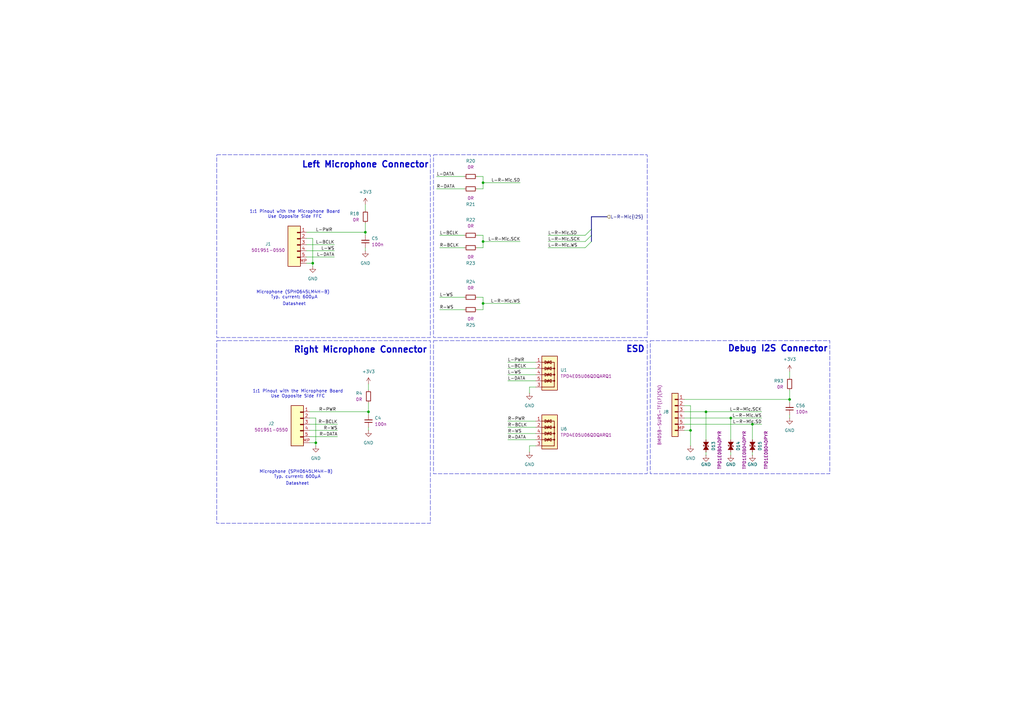
<source format=kicad_sch>
(kicad_sch (version 20231120) (generator "eeschema") (generator_version "8.0")
  (paper "A3")
  (title_block (title "Audio Latency Processing Board") (date "2025-01-20") (rev "1.2.0"))
  (lib_symbols
    (symbol "antmicroCapacitors0402:C_100n_0402" (pin_numbers hide) (pin_names hide)
      (property "Reference" "C" (at 20.32 -5.08 0))
      (property "Val" "100n" (at 20.32 -7.62 0))
      (symbol "C_100n_0402_0_1"
        (polyline (pts (xy 2.032 -1.524) (xy 2.032 1.524)) (stroke (width 0.3048)))
        (polyline (pts (xy 3.048 -1.524) (xy 3.048 1.524)) (stroke (width 0.3302)))
      )
      (symbol "C_100n_0402_1_1"
        (pin passive line (at 0 0 0) (length 2.032) (name "~") (number "1"))
        (pin passive line (at 5.08 0 180) (length 2.032) (name "~") (number "2"))
      )
    )
    (symbol "antmicroFCCConnectors:Conn_FFC_Molex_5019510550"
      (property "Reference" "J" (at 22.86 -2.54 0))
      (property "MPN" "501951-0550" (at 22.86 -5.08 0))
      (symbol "Conn_FFC_Molex_5019510550_1_1"
        (rectangle (start 2.54 -10.16) (end 3.81 -10.414) (stroke (width 0.254)) (fill (type background)))
        (rectangle (start 2.54 -7.62) (end 3.81 -7.874) (stroke (width 0.254)) (fill (type background)))
        (rectangle (start 2.54 -5.08) (end 3.81 -5.334) (stroke (width 0.254)) (fill (type background)))
        (rectangle (start 2.54 -2.54) (end 3.81 -2.794) (stroke (width 0.254)) (fill (type background)))
        (rectangle (start 2.54 0) (end 3.81 -0.254) (stroke (width 0.254)) (fill (type background)))
        (rectangle (start 2.54 2.54) (end 7.62 -13.97) (stroke (width 0.254)) (fill (type background)))
        (pin passive line (at 0 0 0) (length 2.54) (name "~") (number "1"))
        (pin passive line (at 0 -2.54 0) (length 2.54) (name "~") (number "2"))
        (pin passive line (at 0 -5.08 0) (length 2.54) (name "~") (number "3"))
        (pin passive line (at 0 -7.62 0) (length 2.54) (name "~") (number "4"))
        (pin passive line (at 0 -10.16 0) (length 2.54) (name "~") (number "5"))
        (pin passive line (at 0 -12.7 0) (length 2.54) (name "~") (number "MP"))
      )
    )
    (symbol "antmicroResistors0402:R_0R_0402" (pin_numbers hide) (pin_names hide)
      (property "Reference" "R" (at 20.32 -5.08 0))
      (property "Val" "0R" (at 20.32 -7.62 0))
      (symbol "R_0R_0402_0_1"
        (rectangle (start 0.635 0.889) (end 4.445 -0.889) (stroke (width 0.254)))
      )
      (symbol "R_0R_0402_1_1"
        (pin passive line (at 0 0 0) (length 0.635) (name "~") (number "1"))
        (pin passive line (at 5.08 0 180) (length 0.635) (name "~") (number "2"))
      )
    )
    (symbol "antmicroTVSDiodes:TPD1E0B04_XDFN-2" (pin_numbers hide) (pin_names hide)
      (property "Reference" "D" (at 15.24 0 0))
      (property "MPN" "TPD1E0B04DPYR" (at 15.24 -2.54 0))
      (symbol "TPD1E0B04_XDFN-2_0_0"
        (text "" (at 7.62 -1.27 0) (effects (font (size 1.27 1.27))))
      )
      (symbol "TPD1E0B04_XDFN-2_0_1"
        (polyline (pts (xy 0.635 0) (xy 4.445 0)))
      )
      (symbol "TPD1E0B04_XDFN-2_1_1"
        (polyline (pts (xy 2.54 1.016) (xy 2.159 1.016)) (stroke (width 0.254)))
        (polyline (pts (xy 2.54 1.016) (xy 2.54 -1.016)) (stroke (width 0.254)))
        (polyline (pts (xy 2.921 -1.016) (xy 2.54 -1.016)) (stroke (width 0.254)))
        (polyline (pts (xy 1.016 -1.016) (xy 1.016 1.016) (xy 2.54 0) (xy 1.016 -1.016)) (stroke (width 0.254)) (fill (type outline)))
        (polyline (pts (xy 4.064 1.016) (xy 4.064 -1.016) (xy 2.54 0) (xy 4.064 1.016)) (stroke (width 0.254)) (fill (type outline)))
        (pin passive line (at 0 0 0) (length 0.635) (name "C") (number "1"))
        (pin passive line (at 5.08 0 180) (length 0.635) (name "A") (number "2"))
      )
    )
    (symbol "antmicroTVSDiodes:TPD4E05U06QDQARQ1"
      (property "Reference" "U" (at 24.13 0 0))
      (property "MPN" "TPD4E05U06QDQARQ1" (at 24.13 -2.54 0))
      (symbol "TPD4E05U06QDQARQ1_1_1"
        (polyline (pts (xy 2.54 -7.62) (xy 7.62 -7.62)) (stroke (width 0.254)) (fill (type background)))
        (polyline (pts (xy 2.54 -5.08) (xy 7.62 -5.08)) (stroke (width 0.254)) (fill (type background)))
        (polyline (pts (xy 2.54 -2.54) (xy 7.62 -2.54)) (stroke (width 0.254)) (fill (type background)))
        (polyline (pts (xy 2.54 0) (xy 7.62 0)) (stroke (width 0.254)) (fill (type background)))
        (polyline (pts (xy 7.62 -10.16) (xy 2.54 -10.16)) (stroke (width 0.254)) (fill (type background)))
        (polyline (pts (xy 7.62 0) (xy 7.62 -10.16)) (stroke (width 0.254)) (fill (type background)))
        (polyline (pts (xy 4.826 -8.255) (xy 5.08 -8.001) (xy 5.08 -7.239) (xy 5.334 -6.985)) (stroke (width 0.254)) (fill (type background)))
        (polyline (pts (xy 4.826 -5.715) (xy 5.08 -5.461) (xy 5.08 -4.699) (xy 5.334 -4.445)) (stroke (width 0.254)) (fill (type background)))
        (polyline (pts (xy 4.826 -3.175) (xy 5.08 -2.921) (xy 5.08 -2.159) (xy 5.334 -1.905)) (stroke (width 0.254)) (fill (type background)))
        (polyline (pts (xy 4.826 -0.635) (xy 5.08 -0.381) (xy 5.08 0.381) (xy 5.334 0.635)) (stroke (width 0.254)) (fill (type background)))
        (polyline (pts (xy 5.08 -7.62) (xy 3.81 -8.255) (xy 3.81 -6.985) (xy 5.08 -7.62)) (stroke (width 0.254)) (fill (type background)))
        (polyline (pts (xy 5.08 -5.08) (xy 3.81 -5.715) (xy 3.81 -4.445) (xy 5.08 -5.08)) (stroke (width 0.254)) (fill (type background)))
        (polyline (pts (xy 5.08 -5.08) (xy 6.35 -4.445) (xy 6.35 -5.715) (xy 5.08 -5.08)) (stroke (width 0.254)) (fill (type background)))
        (polyline (pts (xy 5.08 -2.54) (xy 3.81 -3.175) (xy 3.81 -1.905) (xy 5.08 -2.54)) (stroke (width 0.254)) (fill (type background)))
        (polyline (pts (xy 5.08 -2.54) (xy 6.35 -3.175) (xy 6.35 -1.905) (xy 5.08 -2.54)) (stroke (width 0.254)) (fill (type background)))
        (polyline (pts (xy 5.08 0) (xy 3.81 -0.635) (xy 3.81 0.635) (xy 5.08 0)) (stroke (width 0.254)) (fill (type background)))
        (polyline (pts (xy 5.08 0) (xy 6.35 -0.635) (xy 6.35 0.635) (xy 5.08 0)) (stroke (width 0.254)) (fill (type background)))
        (polyline (pts (xy 6.35 -6.985) (xy 6.35 -8.255) (xy 5.08 -7.62) (xy 6.35 -6.985)) (stroke (width 0.254)) (fill (type background)))
        (rectangle (start 2.54 2.54) (end 8.89 -11.43) (stroke (width 0.254)) (fill (type background)))
        (circle (center 7.62 -7.62) (radius 0.254) (stroke (width 0.254)) (fill (type background)))
        (circle (center 7.62 -5.08) (radius 0.254) (stroke (width 0.254)) (fill (type background)))
        (circle (center 7.62 -5.08) (radius 0.254) (stroke (width 0.254)) (fill (type background)))
        (circle (center 7.62 -2.54) (radius 0.254) (stroke (width 0.254)) (fill (type background)))
        (pin passive line (at 0 0 0) (length 2.54) (name "~") (number "1"))
        (pin passive line (at 0 0 0) (length 2.54) hide (name "~") (number "10"))
        (pin passive line (at 0 -2.54 0) (length 2.54) (name "~") (number "2"))
        (pin power_in line (at 0 -10.16 0) (length 2.54) (name "~") (number "3"))
        (pin passive line (at 0 -5.08 0) (length 2.54) (name "~") (number "4"))
        (pin passive line (at 0 -7.62 0) (length 2.54) (name "~") (number "5"))
        (pin passive line (at 0 -7.62 0) (length 2.54) hide (name "~") (number "6"))
        (pin passive line (at 0 -5.08 0) (length 2.54) hide (name "~") (number "7"))
        (pin passive line (at 0 -10.16 0) (length 2.54) hide (name "~") (number "8"))
        (pin passive line (at 0 -2.54 0) (length 2.54) hide (name "~") (number "9"))
      )
    )
    (symbol "antmicroWire2BoardConnectors:JST_SUR_1x5_BM05B-SURS-TB-LF-SN"
      (property "Reference" "J" (at 20.32 -2.54 0))
      (property "MPN" " BM05B-SURS-TF(LF)(SN)" (at 19.05 -5.08 0))
      (symbol "JST_SUR_1x5_BM05B-SURS-TB-LF-SN_1_1"
        (rectangle (start 2.54 -12.573) (end 3.81 -12.827) (stroke (width 0.254)) (fill (type background)))
        (rectangle (start 2.54 -10.033) (end 3.81 -10.287) (stroke (width 0.254)) (fill (type background)))
        (rectangle (start 2.54 -7.493) (end 3.81 -7.747) (stroke (width 0.254)) (fill (type background)))
        (rectangle (start 2.54 -4.953) (end 3.81 -5.207) (stroke (width 0.254)) (fill (type background)))
        (rectangle (start 2.54 -2.413) (end 3.81 -2.667) (stroke (width 0.254)) (fill (type background)))
        (rectangle (start 2.54 0.127) (end 3.81 -0.127) (stroke (width 0.254)) (fill (type background)))
        (rectangle (start 2.54 2.54) (end 5.08 -15.24) (stroke (width 0.254)) (fill (type background)))
        (pin passive line (at 0 0 0) (length 2.54) (name "~") (number "1"))
        (pin passive line (at 0 -2.54 0) (length 2.54) (name "~") (number "2"))
        (pin passive line (at 0 -5.08 0) (length 2.54) (name "~") (number "3"))
        (pin passive line (at 0 -7.62 0) (length 2.54) (name "~") (number "4"))
        (pin passive line (at 0 -10.16 0) (length 2.54) (name "~") (number "5"))
        (pin passive line (at 0 -12.7 0) (length 2.54) (name "~") (number "MP"))
      )
    )
    (symbol "antmicropower:+3V3" (power) (pin_numbers hide) (pin_names hide)
      (property "Value" "+3V3" (at -3.175 2.54 0))
      (symbol "+3V3_0_1"
        (polyline (pts (xy 0 0) (xy 0 2.54)))
        (polyline (pts (xy 0 2.54) (xy -0.762 1.27)))
        (polyline (pts (xy 0 2.54) (xy 0.762 1.27)))
      )
      (symbol "+3V3_1_1"
        (pin power_in line (at 0 0 90) (length 0) hide (name "+3V3") (number "1"))
      )
    )
    (symbol "antmicropower:GND" (power) (pin_numbers hide) (pin_names hide)
      (property "Value" "GND" (at 8.89 -5.08 0))
      (symbol "GND_1_1"
        (polyline (pts (xy 0 0) (xy 0 -1.27) (xy 1.27 -1.27) (xy 0 -2.54) (xy -1.27 -1.27) (xy 0 -1.27)))
        (pin power_in line (at 0 0 270) (length 0) (name "GND") (number "1"))
      )
    )
  )
  (junction (at 283.21 176.53))
  (junction (at 323.85 163.83))
  (junction (at 128.27 107.95))
  (junction (at 299.72 171.45))
  (junction (at 308.61 173.99))
  (junction (at 289.56 168.91))
  (junction (at 151.13 168.91))
  (junction (at 129.54 181.61))
  (junction (at 198.12 99.06))
  (junction (at 198.12 124.46))
  (junction (at 198.12 74.93))
  (junction (at 149.86 95.25))
  (bus_entry (at 242.57 99.06) (size -2.54 2.54))
  (bus_entry (at 242.57 93.98) (size -2.54 2.54))
  (bus_entry (at 242.57 96.52) (size -2.54 2.54))
  (wire (pts (xy 179.07 77.47) (xy 190.5 77.47)))
  (wire (pts (xy 180.34 127) (xy 190.5 127)))
  (bus (pts (xy 248.92 88.9) (xy 242.57 88.9)))
  (bus (pts (xy 242.57 93.98) (xy 242.57 96.52)))
  (wire (pts (xy 213.36 99.06) (xy 198.12 99.06)))
  (wire (pts (xy 129.54 181.61) (xy 127 181.61)))
  (wire (pts (xy 128.27 107.95) (xy 128.27 109.22)))
  (wire (pts (xy 299.72 171.45) (xy 312.42 171.45)))
  (wire (pts (xy 224.79 96.52) (xy 240.03 96.52)))
  (wire (pts (xy 308.61 173.99) (xy 308.61 180.34)))
  (wire (pts (xy 323.85 160.02) (xy 323.85 163.83)))
  (wire (pts (xy 151.13 175.26) (xy 151.13 176.53)))
  (wire (pts (xy 323.85 152.4) (xy 323.85 154.94)))
  (wire (pts (xy 208.28 172.72) (xy 219.71 172.72)))
  (wire (pts (xy 149.86 83.82) (xy 149.86 86.36)))
  (wire (pts (xy 217.17 182.88) (xy 217.17 185.42)))
  (wire (pts (xy 323.85 170.18) (xy 323.85 171.45)))
  (wire (pts (xy 125.73 97.79) (xy 128.27 97.79)))
  (wire (pts (xy 283.21 176.53) (xy 280.67 176.53)))
  (wire (pts (xy 125.73 102.87) (xy 137.16 102.87)))
  (wire (pts (xy 125.73 100.33) (xy 137.16 100.33)))
  (wire (pts (xy 198.12 127) (xy 195.58 127)))
  (wire (pts (xy 219.71 153.67) (xy 208.28 153.67)))
  (wire (pts (xy 149.86 101.6) (xy 149.86 102.87)))
  (wire (pts (xy 224.79 99.06) (xy 240.03 99.06)))
  (wire (pts (xy 198.12 96.52) (xy 198.12 99.06)))
  (wire (pts (xy 195.58 96.52) (xy 198.12 96.52)))
  (wire (pts (xy 308.61 173.99) (xy 312.42 173.99)))
  (wire (pts (xy 323.85 165.1) (xy 323.85 163.83)))
  (wire (pts (xy 219.71 177.8) (xy 208.28 177.8)))
  (wire (pts (xy 180.34 96.52) (xy 190.5 96.52)))
  (wire (pts (xy 299.72 171.45) (xy 299.72 180.34)))
  (wire (pts (xy 289.56 186.69) (xy 289.56 185.42)))
  (wire (pts (xy 208.28 148.59) (xy 219.71 148.59)))
  (bus (pts (xy 242.57 96.52) (xy 242.57 99.06)))
  (wire (pts (xy 195.58 72.39) (xy 198.12 72.39)))
  (wire (pts (xy 219.71 156.21) (xy 208.28 156.21)))
  (wire (pts (xy 198.12 101.6) (xy 195.58 101.6)))
  (wire (pts (xy 127 171.45) (xy 129.54 171.45)))
  (wire (pts (xy 125.73 95.25) (xy 149.86 95.25)))
  (wire (pts (xy 125.73 105.41) (xy 137.16 105.41)))
  (wire (pts (xy 198.12 124.46) (xy 198.12 127)))
  (wire (pts (xy 217.17 158.75) (xy 217.17 161.29)))
  (bus (pts (xy 242.57 88.9) (xy 242.57 93.98)))
  (wire (pts (xy 127 176.53) (xy 138.43 176.53)))
  (wire (pts (xy 198.12 74.93) (xy 213.36 74.93)))
  (wire (pts (xy 219.71 175.26) (xy 208.28 175.26)))
  (wire (pts (xy 149.86 91.44) (xy 149.86 95.25)))
  (wire (pts (xy 127 179.07) (xy 138.43 179.07)))
  (wire (pts (xy 180.34 121.92) (xy 190.5 121.92)))
  (wire (pts (xy 217.17 182.88) (xy 219.71 182.88)))
  (wire (pts (xy 289.56 168.91) (xy 312.42 168.91)))
  (wire (pts (xy 283.21 176.53) (xy 283.21 182.88)))
  (wire (pts (xy 198.12 121.92) (xy 198.12 124.46)))
  (wire (pts (xy 180.34 101.6) (xy 190.5 101.6)))
  (wire (pts (xy 198.12 77.47) (xy 195.58 77.47)))
  (wire (pts (xy 280.67 168.91) (xy 289.56 168.91)))
  (wire (pts (xy 151.13 157.48) (xy 151.13 160.02)))
  (wire (pts (xy 219.71 151.13) (xy 208.28 151.13)))
  (wire (pts (xy 128.27 97.79) (xy 128.27 107.95)))
  (wire (pts (xy 213.36 124.46) (xy 198.12 124.46)))
  (wire (pts (xy 151.13 165.1) (xy 151.13 168.91)))
  (wire (pts (xy 149.86 96.52) (xy 149.86 95.25)))
  (wire (pts (xy 219.71 180.34) (xy 208.28 180.34)))
  (wire (pts (xy 127 168.91) (xy 151.13 168.91)))
  (wire (pts (xy 217.17 158.75) (xy 219.71 158.75)))
  (wire (pts (xy 151.13 170.18) (xy 151.13 168.91)))
  (wire (pts (xy 283.21 166.37) (xy 283.21 176.53)))
  (wire (pts (xy 195.58 121.92) (xy 198.12 121.92)))
  (wire (pts (xy 280.67 166.37) (xy 283.21 166.37)))
  (wire (pts (xy 280.67 173.99) (xy 308.61 173.99)))
  (wire (pts (xy 289.56 180.34) (xy 289.56 168.91)))
  (wire (pts (xy 280.67 171.45) (xy 299.72 171.45)))
  (wire (pts (xy 128.27 107.95) (xy 125.73 107.95)))
  (wire (pts (xy 299.72 186.69) (xy 299.72 185.42)))
  (wire (pts (xy 224.79 101.6) (xy 240.03 101.6)))
  (wire (pts (xy 308.61 186.69) (xy 308.61 185.42)))
  (wire (pts (xy 129.54 171.45) (xy 129.54 181.61)))
  (wire (pts (xy 127 173.99) (xy 138.43 173.99)))
  (wire (pts (xy 198.12 74.93) (xy 198.12 77.47)))
  (wire (pts (xy 280.67 163.83) (xy 323.85 163.83)))
  (wire (pts (xy 129.54 181.61) (xy 129.54 182.88)))
  (wire (pts (xy 198.12 99.06) (xy 198.12 101.6)))
  (wire (pts (xy 198.12 72.39) (xy 198.12 74.93)))
  (wire (pts (xy 179.07 72.39) (xy 190.5 72.39)))
  (rectangle (start 88.9 63.5) (end 176.53 138.43) (stroke (width 0) (type dash)))
  (rectangle (start 266.7 139.7) (end 340.36 194.31) (stroke (width 0) (type dash)))
  (rectangle (start 88.9 139.7) (end 176.53 214.63) (stroke (width 0) (type dash)))
  (rectangle (start 177.8 63.5) (end 265.43 138.43) (stroke (width 0) (type dash)))
  (rectangle (start 177.8 139.7) (end 265.43 194.31) (stroke (width 0) (type dash)))
  (text "Left Microphone Connector" (at 149.86 67.564 0) (effects (font (size 2.54 2.54) (thickness 0.508) (bold yes))))
  (text "Debug I2S Connector" (at 319.024 143.002 0) (effects (font (size 2.54 2.54) (thickness 0.508) (bold yes))))
  (text "Datasheet" (at 120.65 124.714 0) (effects (font (size 1.27 1.27))))
  (text "1:1 Pinout with the Microphone Board\nUse Opposite Side FFC" (at 120.904 87.884 0) (effects (font (size 1.27 1.27))))
  (text "Microphone (SPH0645LM4H-B) \nTyp. current: 600µA" (at 120.65 120.904 0) (effects (font (size 1.27 1.27))))
  (text "ESD" (at 260.604 143.256 0) (effects (font (size 2.54 2.54) (thickness 0.508) (bold yes))))
  (text "Right Microphone Connector" (at 147.828 143.51 0) (effects (font (size 2.54 2.54) (thickness 0.508) (bold yes))))
  (text "Datasheet" (at 121.92 198.374 0) (effects (font (size 1.27 1.27))))
  (text "Microphone (SPH0645LM4H-B) \nTyp. current: 600µA" (at 121.92 194.564 0) (effects (font (size 1.27 1.27))))
  (text "1:1 Pinout with the Microphone Board\nUse Opposite Side FFC" (at 122.174 161.544 0) (effects (font (size 1.27 1.27))))
  (label "L-WS" (at 137.16 102.87 180))
  (label "L-DATA" (at 208.28 156.21 0))
  (label "L-R-Mic.SCK" (at 312.42 168.91 180))
  (label "L-R-Mic.WS" (at 213.36 124.46 180))
  (label "R-DATA" (at 208.28 180.34 0))
  (label "R-DATA" (at 179.07 77.47 0))
  (label "R-PWR" (at 208.28 172.72 0))
  (label "L-R-Mic.SCK" (at 224.79 99.06 0))
  (label "R-WS" (at 180.34 127 0))
  (label "R-BCLK" (at 180.34 101.6 0))
  (label "R-PWR" (at 130.81 168.91 0))
  (label "L-BCLK" (at 137.16 100.33 180))
  (label "L-WS" (at 180.34 121.92 0))
  (label "L-BCLK" (at 208.28 151.13 0))
  (label "L-WS" (at 208.28 153.67 0))
  (label "R-WS" (at 208.28 177.8 0))
  (label "L-DATA" (at 179.07 72.39 0))
  (label "R-WS" (at 138.43 176.53 180))
  (label "L-PWR" (at 129.54 95.25 0))
  (label "L-R-Mic.WS" (at 312.42 171.45 180))
  (label "L-R-Mic.SD" (at 312.42 173.99 180))
  (label "R-BCLK" (at 138.43 173.99 180))
  (label "L-R-Mic.SD" (at 213.36 74.93 180))
  (label "L-R-Mic.WS" (at 224.79 101.6 0))
  (label "R-DATA" (at 138.43 179.07 180))
  (label "L-R-Mic.SD" (at 224.79 96.52 0))
  (label "L-BCLK" (at 180.34 96.52 0))
  (label "L-R-Mic.SCK" (at 213.36 99.06 180))
  (label "L-PWR" (at 208.28 148.59 0))
  (label "R-BCLK" (at 208.28 175.26 0))
  (label "L-DATA" (at 137.16 105.41 180))
  (hierarchical_label "L-R-Mic{I2S}" (shape input) (at 248.92 88.9 0))
  (symbol (lib_id "antmicroResistors0402:R_0R_0402") (at 190.5 96.52 0) (unit 1)
    (property "Reference" "R22" (at 193.04 90.17 0))
    (property "Value" "R_0R_0402" (effects (hide yes)))
    (property "Footprint" "antmicro-footprints:R_0402_1005Metric" (effects (hide yes)))
    (property "Datasheet" "https://industrial.panasonic.com/cdbs/www-data/pdf/RDA0000/AOA0000C301.pdf" (effects (hide yes)))
    (property "Description" "SMD Chip Resistor, Jumper, 0 ohm, 100 mW, 0402 [1005 Metric], Thick Film, General Purpose" (effects (hide yes)))
    (property "MPN" "ERJ2GE0R00X" (effects (hide yes)))
    (property "Manufacturer" "Panasonic" (effects (hide yes)))
    (property "License" "Apache-2.0" (effects (hide yes)))
    (property "Author" "Antmicro" (effects (hide yes)))
    (property "Val" "0R" (at 193.04 92.71 0))
    (property "Current" "1A" (effects (hide yes)))
  )
  (symbol (lib_id "antmicroTVSDiodes:TPD1E0B04_XDFN-2") (at 299.72 185.42 270) (mirror x) (unit 1)
    (property "Reference" "D14" (at 302.768 184.912 0) (effects (justify left)))
    (property "Value" "TPD1E0B04_XDFN-2" (effects (hide yes)))
    (property "Footprint" "antmicro-footprints:XDFN-2_1x0.60mm" (effects (hide yes)))
    (property "Datasheet" "https://www.ti.com/general/docs/suppproductinfo.tsp?distId=26&gotoUrl=https://www.ti.com/lit/gpn/tpd1e0b04" (effects (hide yes)))
    (property "Manufacturer" "Texas Instruments" (effects (hide yes)))
    (property "MPN" "TPD1E0B04DPYR" (at 305.308 192.532 0) (effects (justify left)))
    (property "Author" "Antmicro" (effects (hide yes)))
    (property "License" "Apache-2.0" (effects (hide yes)))
  )
  (symbol (lib_id "antmicropower:GND") (at 151.13 176.53 0) (mirror y) (unit 1)
    (property "Reference" "#PWR05" (effects (hide yes)))
    (property "Value" "GND" (at 151.13 181.61 0))
    (property "Author" "Antmicro" (effects (hide yes)))
    (property "License" "Apache-2.0" (effects (hide yes)))
  )
  (symbol (lib_id "antmicroResistors0402:R_0R_0402") (at 149.86 91.44 270) (mirror x) (unit 1)
    (property "Reference" "R18" (at 147.32 87.63 90) (effects (justify right)))
    (property "Value" "R_0R_0402" (effects (hide yes)))
    (property "Footprint" "antmicro-footprints:R_0402_1005Metric" (effects (hide yes)))
    (property "Datasheet" "https://industrial.panasonic.com/cdbs/www-data/pdf/RDA0000/AOA0000C301.pdf" (effects (hide yes)))
    (property "Description" "SMD Chip Resistor, Jumper, 0 ohm, 100 mW, 0402 [1005 Metric], Thick Film, General Purpose" (effects (hide yes)))
    (property "MPN" "ERJ2GE0R00X" (effects (hide yes)))
    (property "Manufacturer" "Panasonic" (effects (hide yes)))
    (property "License" "Apache-2.0" (effects (hide yes)))
    (property "Author" "Antmicro" (effects (hide yes)))
    (property "Val" "0R" (at 147.32 90.17 90) (effects (justify right)))
    (property "Current" "1A" (effects (hide yes)))
  )
  (symbol (lib_id "antmicropower:GND") (at 217.17 185.42 0) (mirror y) (unit 1)
    (property "Reference" "#PWR027" (effects (hide yes)))
    (property "Value" "GND" (at 217.17 190.5 0))
    (property "Author" "Antmicro" (effects (hide yes)))
    (property "License" "Apache-2.0" (effects (hide yes)))
  )
  (symbol (lib_id "antmicropower:GND") (at 323.85 171.45 0) (mirror y) (unit 1)
    (property "Reference" "#PWR0148" (effects (hide yes)))
    (property "Value" "GND" (at 323.85 176.53 0))
    (property "Author" "Antmicro" (effects (hide yes)))
    (property "License" "Apache-2.0" (effects (hide yes)))
  )
  (symbol (lib_id "antmicropower:GND") (at 308.61 186.69 0) (unit 1)
    (property "Reference" "#PWR0146" (effects (hide yes)))
    (property "Value" "GND" (at 308.61 190.5 0))
    (property "Author" "Antmicro" (effects (hide yes)))
    (property "License" "Apache-2.0" (effects (hide yes)))
  )
  (symbol (lib_id "antmicroCapacitors0402:C_100n_0402") (at 151.13 175.26 90) (unit 1)
    (property "Reference" "C4" (at 153.67 171.4436 90) (effects (justify right)))
    (property "Value" "C_100n_0402" (effects (hide yes)))
    (property "Footprint" "antmicro-footprints:C_0402_1005Metric" (effects (hide yes)))
    (property "Datasheet" "https://www.murata.com/products/productdetail?partno=GRM155R61H104KE14%23" (effects (hide yes)))
    (property "Description" "SMD Multilayer Ceramic Capacitor, 0.1 µF, 50 V, 0402 [1005 Metric], ± 10%, X5R, GRM Series" (effects (hide yes)))
    (property "MPN" "GRM155R61H104KE14D" (effects (hide yes)))
    (property "Manufacturer" "Murata" (effects (hide yes)))
    (property "License" "Apache-2.0" (effects (hide yes)))
    (property "Author" "Antmicro" (effects (hide yes)))
    (property "Val" "100n" (at 153.67 173.9836 90) (effects (justify right)))
    (property "Voltage" "50V" (effects (hide yes)))
    (property "Dielectric" "X5R" (effects (hide yes)))
  )
  (symbol (lib_id "antmicroTVSDiodes:TPD1E0B04_XDFN-2") (at 308.61 185.42 270) (mirror x) (unit 1)
    (property "Reference" "D15" (at 311.658 184.912 0) (effects (justify left)))
    (property "Value" "TPD1E0B04_XDFN-2" (effects (hide yes)))
    (property "Footprint" "antmicro-footprints:XDFN-2_1x0.60mm" (effects (hide yes)))
    (property "Datasheet" "https://www.ti.com/general/docs/suppproductinfo.tsp?distId=26&gotoUrl=https://www.ti.com/lit/gpn/tpd1e0b04" (effects (hide yes)))
    (property "Manufacturer" "Texas Instruments" (effects (hide yes)))
    (property "MPN" "TPD1E0B04DPYR" (at 314.198 192.532 0) (effects (justify left)))
    (property "Author" "Antmicro" (effects (hide yes)))
    (property "License" "Apache-2.0" (effects (hide yes)))
  )
  (symbol (lib_id "antmicropower:+3V3") (at 149.86 83.82 0) (unit 1)
    (property "Reference" "#PWR03" (effects (hide yes)))
    (property "Value" "+3V3" (at 149.86 78.74 0))
    (property "Author" "Antmicro" (effects (hide yes)))
    (property "License" "Apache-2.0" (effects (hide yes)))
  )
  (symbol (lib_id "antmicroResistors0402:R_0R_0402") (at 190.5 77.47 0) (mirror x) (unit 1)
    (property "Reference" "R21" (at 193.04 83.82 0))
    (property "Value" "R_0R_0402" (effects (hide yes)))
    (property "Footprint" "antmicro-footprints:R_0402_1005Metric" (effects (hide yes)))
    (property "Datasheet" "https://industrial.panasonic.com/cdbs/www-data/pdf/RDA0000/AOA0000C301.pdf" (effects (hide yes)))
    (property "Description" "SMD Chip Resistor, Jumper, 0 ohm, 100 mW, 0402 [1005 Metric], Thick Film, General Purpose" (effects (hide yes)))
    (property "MPN" "ERJ2GE0R00X" (effects (hide yes)))
    (property "Manufacturer" "Panasonic" (effects (hide yes)))
    (property "License" "Apache-2.0" (effects (hide yes)))
    (property "Author" "Antmicro" (effects (hide yes)))
    (property "Val" "0R" (at 193.04 81.28 0))
    (property "Current" "1A" (effects (hide yes)))
  )
  (symbol (lib_id "antmicropower:+3V3") (at 323.85 152.4 0) (unit 1)
    (property "Reference" "#PWR0147" (effects (hide yes)))
    (property "Value" "+3V3" (at 323.85 147.32 0))
    (property "Author" "Antmicro" (effects (hide yes)))
    (property "License" "Apache-2.0" (effects (hide yes)))
  )
  (symbol (lib_id "antmicropower:GND") (at 149.86 102.87 0) (mirror y) (unit 1)
    (property "Reference" "#PWR023" (effects (hide yes)))
    (property "Value" "GND" (at 149.86 107.95 0))
    (property "Author" "Antmicro" (effects (hide yes)))
    (property "License" "Apache-2.0" (effects (hide yes)))
  )
  (symbol (lib_id "antmicroCapacitors0402:C_100n_0402") (at 149.86 101.6 90) (unit 1)
    (property "Reference" "C5" (at 152.4 97.7836 90) (effects (justify right)))
    (property "Value" "C_100n_0402" (effects (hide yes)))
    (property "Footprint" "antmicro-footprints:C_0402_1005Metric" (effects (hide yes)))
    (property "Datasheet" "https://www.murata.com/products/productdetail?partno=GRM155R61H104KE14%23" (effects (hide yes)))
    (property "Description" "SMD Multilayer Ceramic Capacitor, 0.1 µF, 50 V, 0402 [1005 Metric], ± 10%, X5R, GRM Series" (effects (hide yes)))
    (property "MPN" "GRM155R61H104KE14D" (effects (hide yes)))
    (property "Manufacturer" "Murata" (effects (hide yes)))
    (property "License" "Apache-2.0" (effects (hide yes)))
    (property "Author" "Antmicro" (effects (hide yes)))
    (property "Val" "100n" (at 152.4 100.3236 90) (effects (justify right)))
    (property "Voltage" "50V" (effects (hide yes)))
    (property "Dielectric" "X5R" (effects (hide yes)))
  )
  (symbol (lib_id "antmicroResistors0402:R_0R_0402") (at 151.13 165.1 270) (mirror x) (unit 1)
    (property "Reference" "R4" (at 148.59 161.29 90) (effects (justify right)))
    (property "Value" "R_0R_0402" (effects (hide yes)))
    (property "Footprint" "antmicro-footprints:R_0402_1005Metric" (effects (hide yes)))
    (property "Datasheet" "https://industrial.panasonic.com/cdbs/www-data/pdf/RDA0000/AOA0000C301.pdf" (effects (hide yes)))
    (property "Description" "SMD Chip Resistor, Jumper, 0 ohm, 100 mW, 0402 [1005 Metric], Thick Film, General Purpose" (effects (hide yes)))
    (property "MPN" "ERJ2GE0R00X" (effects (hide yes)))
    (property "Manufacturer" "Panasonic" (effects (hide yes)))
    (property "License" "Apache-2.0" (effects (hide yes)))
    (property "Author" "Antmicro" (effects (hide yes)))
    (property "Val" "0R" (at 148.59 163.83 90) (effects (justify right)))
    (property "Current" "1A" (effects (hide yes)))
  )
  (symbol (lib_id "antmicroCapacitors0402:C_100n_0402") (at 323.85 170.18 90) (unit 1)
    (property "Reference" "C56" (at 326.39 166.3636 90) (effects (justify right)))
    (property "Value" "C_100n_0402" (effects (hide yes)))
    (property "Footprint" "antmicro-footprints:C_0402_1005Metric" (effects (hide yes)))
    (property "Datasheet" "https://www.murata.com/products/productdetail?partno=GRM155R61H104KE14%23" (effects (hide yes)))
    (property "Description" "SMD Multilayer Ceramic Capacitor, 0.1 µF, 50 V, 0402 [1005 Metric], ± 10%, X5R, GRM Series" (effects (hide yes)))
    (property "MPN" "GRM155R61H104KE14D" (effects (hide yes)))
    (property "Manufacturer" "Murata" (effects (hide yes)))
    (property "License" "Apache-2.0" (effects (hide yes)))
    (property "Author" "Antmicro" (effects (hide yes)))
    (property "Val" "100n" (at 326.39 168.9036 90) (effects (justify right)))
    (property "Voltage" "50V" (effects (hide yes)))
    (property "Dielectric" "X5R" (effects (hide yes)))
  )
  (symbol (lib_id "antmicroFCCConnectors:Conn_FFC_Molex_5019510550") (at 127 168.91 0) (mirror y) (unit 1)
    (property "Reference" "J2" (at 111.252 173.736 0))
    (property "Value" "Conn_FFC_Molex_5019510550" (effects (hide yes)))
    (property "Footprint" "antmicro-footprints:Conn_FFC_Molex_5019510550" (effects (hide yes)))
    (property "Datasheet" "https://www.molex.com/content/dam/molex/molex-dot-com/products/automated/en-us/salesdrawingpdf/501/501951/5019510550_sd.pdf?inline" (effects (hide yes)))
    (property "Description" "Connector FFC/FPC SKT 5 Position 0.5mm Solder Straight Surface Mount T/R" (effects (hide yes)))
    (property "Manufacturer" "Molex" (effects (hide yes)))
    (property "MPN" "501951-0550" (at 111.252 176.276 0))
    (property "Author" "Antmicro" (effects (hide yes)))
    (property "License" "Apache-2.0" (effects (hide yes)))
  )
  (symbol (lib_id "antmicroWire2BoardConnectors:JST_SUR_1x5_BM05B-SURS-TB-LF-SN") (at 280.67 163.83 0) (mirror y) (unit 1)
    (property "Reference" "J8" (at 274.32 168.91 0) (effects (justify left)))
    (property "Value" "JST_SUR_1x5_BM05B-SURS-TB-LF-SN" (effects (hide yes)))
    (property "Footprint" "antmicro-footprints:Conn_JST_SUR_1x5_BM05B-SURS-TF-LF-SN" (effects (hide yes)))
    (property "Datasheet" "https://www.jst.com/wp-content/uploads/2021/09/eSUR-new.pdf" (effects (hide yes)))
    (property "Description" "Pin Header, Vertical, Wire-to-Board, 0.5 mm, 1 Rows, 5 Contacts, Surface Mount Vertical, SUR" (effects (hide yes)))
    (property "MPN" " BM05B-SURS-TF(LF)(SN)" (at 270.51 183.642 90) (effects (justify left)))
    (property "Manufacturer" "JST Automotive Connectors" (effects (hide yes)))
    (property "Author" "Antmicro" (effects (hide yes)))
    (property "License" "Apache-2.0" (effects (hide yes)))
  )
  (symbol (lib_id "antmicroFCCConnectors:Conn_FFC_Molex_5019510550") (at 125.73 95.25 0) (mirror y) (unit 1)
    (property "Reference" "J1" (at 109.982 100.076 0))
    (property "Value" "Conn_FFC_Molex_5019510550" (effects (hide yes)))
    (property "Footprint" "antmicro-footprints:Conn_FFC_Molex_5019510550" (effects (hide yes)))
    (property "Datasheet" "https://www.molex.com/content/dam/molex/molex-dot-com/products/automated/en-us/salesdrawingpdf/501/501951/5019510550_sd.pdf?inline" (effects (hide yes)))
    (property "Description" "Connector FFC/FPC SKT 5 Position 0.5mm Solder Straight Surface Mount T/R" (effects (hide yes)))
    (property "Manufacturer" "Molex" (effects (hide yes)))
    (property "MPN" "501951-0550" (at 109.982 102.616 0))
    (property "Author" "Antmicro" (effects (hide yes)))
    (property "License" "Apache-2.0" (effects (hide yes)))
  )
  (symbol (lib_id "antmicroResistors0402:R_0R_0402") (at 323.85 160.02 270) (mirror x) (unit 1)
    (property "Reference" "R93" (at 321.31 156.21 90) (effects (justify right)))
    (property "Value" "R_0R_0402" (effects (hide yes)))
    (property "Footprint" "antmicro-footprints:R_0402_1005Metric" (effects (hide yes)))
    (property "Datasheet" "https://industrial.panasonic.com/cdbs/www-data/pdf/RDA0000/AOA0000C301.pdf" (effects (hide yes)))
    (property "Description" "SMD Chip Resistor, Jumper, 0 ohm, 100 mW, 0402 [1005 Metric], Thick Film, General Purpose" (effects (hide yes)))
    (property "MPN" "ERJ2GE0R00X" (effects (hide yes)))
    (property "Manufacturer" "Panasonic" (effects (hide yes)))
    (property "License" "Apache-2.0" (effects (hide yes)))
    (property "Author" "Antmicro" (effects (hide yes)))
    (property "Val" "0R" (at 321.31 158.75 90) (effects (justify right)))
    (property "Current" "1A" (effects (hide yes)))
  )
  (symbol (lib_id "antmicroTVSDiodes:TPD4E05U06QDQARQ1") (at 219.71 172.72 0) (unit 1)
    (property "Reference" "U6" (at 229.87 175.895 0) (effects (justify left)))
    (property "Value" "TPD4E05U06QDQARQ1" (effects (hide yes)))
    (property "Footprint" "antmicro-footprints:USON-10_2.5x1mm_P0.5mm" (effects (hide yes)))
    (property "Datasheet" "https://www.ti.com/lit/ds/symlink/tpd4e05u06-q1.pdf?HQS=dis-mous-null-mousermode-dsf-pf-null-wwe&ts=1663591265741&ref_url=https%253A%252F%252Fwww.mouser.com%252F" (effects (hide yes)))
    (property "Description" "TVS diode array, 12 kV, USON-10, 5.5 V, 0.5 pF" (effects (hide yes)))
    (property "MPN" "TPD4E05U06QDQARQ1" (at 229.87 178.435 0) (effects (justify left)))
    (property "Manufacturer" "Texas Instruments" (effects (hide yes)))
    (property "Author" "Antmicro" (effects (hide yes)))
    (property "License" "Apache-2.0" (effects (hide yes)))
  )
  (symbol (lib_id "antmicroResistors0402:R_0R_0402") (at 190.5 127 0) (mirror x) (unit 1)
    (property "Reference" "R25" (at 193.04 133.35 0))
    (property "Value" "R_0R_0402" (effects (hide yes)))
    (property "Footprint" "antmicro-footprints:R_0402_1005Metric" (effects (hide yes)))
    (property "Datasheet" "https://industrial.panasonic.com/cdbs/www-data/pdf/RDA0000/AOA0000C301.pdf" (effects (hide yes)))
    (property "Description" "SMD Chip Resistor, Jumper, 0 ohm, 100 mW, 0402 [1005 Metric], Thick Film, General Purpose" (effects (hide yes)))
    (property "MPN" "ERJ2GE0R00X" (effects (hide yes)))
    (property "Manufacturer" "Panasonic" (effects (hide yes)))
    (property "License" "Apache-2.0" (effects (hide yes)))
    (property "Author" "Antmicro" (effects (hide yes)))
    (property "Val" "0R" (at 193.04 130.81 0))
    (property "Current" "1A" (effects (hide yes)))
  )
  (symbol (lib_id "antmicropower:GND") (at 283.21 182.88 0) (mirror y) (unit 1)
    (property "Reference" "#PWR0143" (effects (hide yes)))
    (property "Value" "GND" (at 283.21 187.96 0))
    (property "Author" "Antmicro" (effects (hide yes)))
    (property "License" "Apache-2.0" (effects (hide yes)))
  )
  (symbol (lib_id "antmicropower:GND") (at 128.27 109.22 0) (mirror y) (unit 1)
    (property "Reference" "#PWR024" (effects (hide yes)))
    (property "Value" "GND" (at 128.27 114.3 0))
    (property "Author" "Antmicro" (effects (hide yes)))
    (property "License" "Apache-2.0" (effects (hide yes)))
  )
  (symbol (lib_id "antmicroResistors0402:R_0R_0402") (at 190.5 121.92 0) (unit 1)
    (property "Reference" "R24" (at 193.04 115.57 0))
    (property "Value" "R_0R_0402" (effects (hide yes)))
    (property "Footprint" "antmicro-footprints:R_0402_1005Metric" (effects (hide yes)))
    (property "Datasheet" "https://industrial.panasonic.com/cdbs/www-data/pdf/RDA0000/AOA0000C301.pdf" (effects (hide yes)))
    (property "Description" "SMD Chip Resistor, Jumper, 0 ohm, 100 mW, 0402 [1005 Metric], Thick Film, General Purpose" (effects (hide yes)))
    (property "MPN" "ERJ2GE0R00X" (effects (hide yes)))
    (property "Manufacturer" "Panasonic" (effects (hide yes)))
    (property "License" "Apache-2.0" (effects (hide yes)))
    (property "Author" "Antmicro" (effects (hide yes)))
    (property "Val" "0R" (at 193.04 118.11 0))
    (property "Current" "1A" (effects (hide yes)))
  )
  (symbol (lib_id "antmicroTVSDiodes:TPD4E05U06QDQARQ1") (at 219.71 148.59 0) (unit 1)
    (property "Reference" "U1" (at 229.87 151.765 0) (effects (justify left)))
    (property "Value" "TPD4E05U06QDQARQ1" (effects (hide yes)))
    (property "Footprint" "antmicro-footprints:USON-10_2.5x1mm_P0.5mm" (effects (hide yes)))
    (property "Datasheet" "https://www.ti.com/lit/ds/symlink/tpd4e05u06-q1.pdf?HQS=dis-mous-null-mousermode-dsf-pf-null-wwe&ts=1663591265741&ref_url=https%253A%252F%252Fwww.mouser.com%252F" (effects (hide yes)))
    (property "Description" "TVS diode array, 12 kV, USON-10, 5.5 V, 0.5 pF" (effects (hide yes)))
    (property "MPN" "TPD4E05U06QDQARQ1" (at 229.87 154.305 0) (effects (justify left)))
    (property "Manufacturer" "Texas Instruments" (effects (hide yes)))
    (property "Author" "Antmicro" (effects (hide yes)))
    (property "License" "Apache-2.0" (effects (hide yes)))
  )
  (symbol (lib_id "antmicropower:GND") (at 217.17 161.29 0) (mirror y) (unit 1)
    (property "Reference" "#PWR025" (effects (hide yes)))
    (property "Value" "GND" (at 217.17 166.37 0))
    (property "Author" "Antmicro" (effects (hide yes)))
    (property "License" "Apache-2.0" (effects (hide yes)))
  )
  (symbol (lib_id "antmicropower:GND") (at 299.72 186.69 0) (unit 1)
    (property "Reference" "#PWR0145" (effects (hide yes)))
    (property "Value" "GND" (at 299.72 190.5 0))
    (property "Author" "Antmicro" (effects (hide yes)))
    (property "License" "Apache-2.0" (effects (hide yes)))
  )
  (symbol (lib_id "antmicroResistors0402:R_0R_0402") (at 190.5 101.6 0) (mirror x) (unit 1)
    (property "Reference" "R23" (at 193.04 107.95 0))
    (property "Value" "R_0R_0402" (effects (hide yes)))
    (property "Footprint" "antmicro-footprints:R_0402_1005Metric" (effects (hide yes)))
    (property "Datasheet" "https://industrial.panasonic.com/cdbs/www-data/pdf/RDA0000/AOA0000C301.pdf" (effects (hide yes)))
    (property "Description" "SMD Chip Resistor, Jumper, 0 ohm, 100 mW, 0402 [1005 Metric], Thick Film, General Purpose" (effects (hide yes)))
    (property "MPN" "ERJ2GE0R00X" (effects (hide yes)))
    (property "Manufacturer" "Panasonic" (effects (hide yes)))
    (property "License" "Apache-2.0" (effects (hide yes)))
    (property "Author" "Antmicro" (effects (hide yes)))
    (property "Val" "0R" (at 193.04 105.41 0))
    (property "Current" "1A" (effects (hide yes)))
  )
  (symbol (lib_id "antmicropower:+3V3") (at 151.13 157.48 0) (unit 1)
    (property "Reference" "#PWR01" (effects (hide yes)))
    (property "Value" "+3V3" (at 151.13 152.4 0))
    (property "Author" "Antmicro" (effects (hide yes)))
    (property "License" "Apache-2.0" (effects (hide yes)))
  )
  (symbol (lib_id "antmicroTVSDiodes:TPD1E0B04_XDFN-2") (at 289.56 185.42 270) (mirror x) (unit 1)
    (property "Reference" "D13" (at 292.608 184.912 0) (effects (justify left)))
    (property "Value" "TPD1E0B04_XDFN-2" (effects (hide yes)))
    (property "Footprint" "antmicro-footprints:XDFN-2_1x0.60mm" (effects (hide yes)))
    (property "Datasheet" "https://www.ti.com/general/docs/suppproductinfo.tsp?distId=26&gotoUrl=https://www.ti.com/lit/gpn/tpd1e0b04" (effects (hide yes)))
    (property "Manufacturer" "Texas Instruments" (effects (hide yes)))
    (property "MPN" "TPD1E0B04DPYR" (at 295.148 192.532 0) (effects (justify left)))
    (property "Author" "Antmicro" (effects (hide yes)))
    (property "License" "Apache-2.0" (effects (hide yes)))
  )
  (symbol (lib_id "antmicroResistors0402:R_0R_0402") (at 190.5 72.39 0) (unit 1)
    (property "Reference" "R20" (at 193.04 66.04 0))
    (property "Value" "R_0R_0402" (effects (hide yes)))
    (property "Footprint" "antmicro-footprints:R_0402_1005Metric" (effects (hide yes)))
    (property "Datasheet" "https://industrial.panasonic.com/cdbs/www-data/pdf/RDA0000/AOA0000C301.pdf" (effects (hide yes)))
    (property "Description" "SMD Chip Resistor, Jumper, 0 ohm, 100 mW, 0402 [1005 Metric], Thick Film, General Purpose" (effects (hide yes)))
    (property "MPN" "ERJ2GE0R00X" (effects (hide yes)))
    (property "Manufacturer" "Panasonic" (effects (hide yes)))
    (property "License" "Apache-2.0" (effects (hide yes)))
    (property "Author" "Antmicro" (effects (hide yes)))
    (property "Val" "0R" (at 193.04 68.58 0))
    (property "Current" "1A" (effects (hide yes)))
  )
  (symbol (lib_id "antmicropower:GND") (at 289.56 186.69 0) (unit 1)
    (property "Reference" "#PWR0144" (effects (hide yes)))
    (property "Value" "GND" (at 289.56 190.5 0))
    (property "Author" "Antmicro" (effects (hide yes)))
    (property "License" "Apache-2.0" (effects (hide yes)))
  )
  (symbol (lib_id "antmicropower:GND") (at 129.54 182.88 0) (mirror y) (unit 1)
    (property "Reference" "#PWR026" (effects (hide yes)))
    (property "Value" "GND" (at 129.54 187.96 0))
    (property "Author" "Antmicro" (effects (hide yes)))
    (property "License" "Apache-2.0" (effects (hide yes)))
  )
)
</source>
